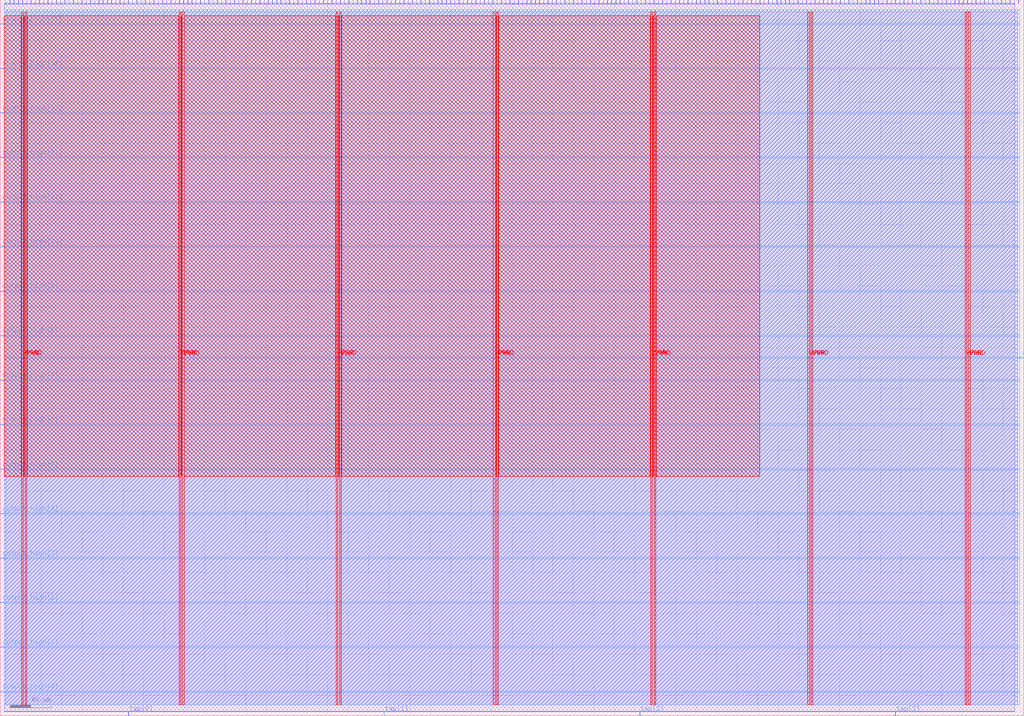
<source format=lef>
VERSION 5.7 ;
  NOWIREEXTENSIONATPIN ON ;
  DIVIDERCHAR "/" ;
  BUSBITCHARS "[]" ;
MACRO highpass
  CLASS BLOCK ;
  FOREIGN highpass ;
  ORIGIN 0.000 0.000 ;
  SIZE 1000.000 BY 700.000 ;
  PIN VGND
    DIRECTION INOUT ;
    USE GROUND ;
    PORT
      LAYER met4 ;
        RECT 24.340 10.640 25.940 688.400 ;
    END
    PORT
      LAYER met4 ;
        RECT 177.940 10.640 179.540 688.400 ;
    END
    PORT
      LAYER met4 ;
        RECT 331.540 10.640 333.140 688.400 ;
    END
    PORT
      LAYER met4 ;
        RECT 485.140 10.640 486.740 688.400 ;
    END
    PORT
      LAYER met4 ;
        RECT 638.740 10.640 640.340 688.400 ;
    END
    PORT
      LAYER met4 ;
        RECT 792.340 10.640 793.940 688.400 ;
    END
    PORT
      LAYER met4 ;
        RECT 945.940 10.640 947.540 688.400 ;
    END
  END VGND
  PIN VPWR
    DIRECTION INOUT ;
    USE POWER ;
    PORT
      LAYER met4 ;
        RECT 21.040 10.640 22.640 688.400 ;
    END
    PORT
      LAYER met4 ;
        RECT 174.640 10.640 176.240 688.400 ;
    END
    PORT
      LAYER met4 ;
        RECT 328.240 10.640 329.840 688.400 ;
    END
    PORT
      LAYER met4 ;
        RECT 481.840 10.640 483.440 688.400 ;
    END
    PORT
      LAYER met4 ;
        RECT 635.440 10.640 637.040 688.400 ;
    END
    PORT
      LAYER met4 ;
        RECT 789.040 10.640 790.640 688.400 ;
    END
    PORT
      LAYER met4 ;
        RECT 942.640 10.640 944.240 688.400 ;
    END
  END VPWR
  PIN clk
    DIRECTION INPUT ;
    USE SIGNAL ;
    ANTENNAGATEAREA 0.852000 ;
    PORT
      LAYER met3 ;
        RECT 996.000 349.560 1000.000 350.160 ;
    END
  END clk
  PIN input_data[0]
    DIRECTION INPUT ;
    USE SIGNAL ;
    ANTENNAGATEAREA 0.426000 ;
    PORT
      LAYER met2 ;
        RECT 5.150 696.000 5.430 700.000 ;
    END
  END input_data[0]
  PIN input_data[100]
    DIRECTION INPUT ;
    USE SIGNAL ;
    ANTENNAGATEAREA 0.213000 ;
    PORT
      LAYER met2 ;
        RECT 419.150 696.000 419.430 700.000 ;
    END
  END input_data[100]
  PIN input_data[101]
    DIRECTION INPUT ;
    USE SIGNAL ;
    ANTENNAGATEAREA 0.196500 ;
    PORT
      LAYER met2 ;
        RECT 423.290 696.000 423.570 700.000 ;
    END
  END input_data[101]
  PIN input_data[102]
    DIRECTION INPUT ;
    USE SIGNAL ;
    ANTENNAGATEAREA 0.159000 ;
    PORT
      LAYER met2 ;
        RECT 427.430 696.000 427.710 700.000 ;
    END
  END input_data[102]
  PIN input_data[103]
    DIRECTION INPUT ;
    USE SIGNAL ;
    ANTENNAGATEAREA 0.196500 ;
    PORT
      LAYER met2 ;
        RECT 431.570 696.000 431.850 700.000 ;
    END
  END input_data[103]
  PIN input_data[104]
    DIRECTION INPUT ;
    USE SIGNAL ;
    ANTENNAGATEAREA 0.196500 ;
    PORT
      LAYER met2 ;
        RECT 435.710 696.000 435.990 700.000 ;
    END
  END input_data[104]
  PIN input_data[105]
    DIRECTION INPUT ;
    USE SIGNAL ;
    ANTENNAGATEAREA 0.196500 ;
    PORT
      LAYER met2 ;
        RECT 439.850 696.000 440.130 700.000 ;
    END
  END input_data[105]
  PIN input_data[106]
    DIRECTION INPUT ;
    USE SIGNAL ;
    ANTENNAGATEAREA 0.196500 ;
    PORT
      LAYER met2 ;
        RECT 443.990 696.000 444.270 700.000 ;
    END
  END input_data[106]
  PIN input_data[107]
    DIRECTION INPUT ;
    USE SIGNAL ;
    ANTENNAGATEAREA 0.196500 ;
    PORT
      LAYER met2 ;
        RECT 448.130 696.000 448.410 700.000 ;
    END
  END input_data[107]
  PIN input_data[108]
    DIRECTION INPUT ;
    USE SIGNAL ;
    ANTENNAGATEAREA 0.213000 ;
    PORT
      LAYER met2 ;
        RECT 452.270 696.000 452.550 700.000 ;
    END
  END input_data[108]
  PIN input_data[109]
    DIRECTION INPUT ;
    USE SIGNAL ;
    ANTENNAGATEAREA 0.213000 ;
    PORT
      LAYER met2 ;
        RECT 456.410 696.000 456.690 700.000 ;
    END
  END input_data[109]
  PIN input_data[10]
    DIRECTION INPUT ;
    USE SIGNAL ;
    ANTENNAGATEAREA 0.426000 ;
    PORT
      LAYER met2 ;
        RECT 46.550 696.000 46.830 700.000 ;
    END
  END input_data[10]
  PIN input_data[110]
    DIRECTION INPUT ;
    USE SIGNAL ;
    ANTENNAGATEAREA 0.196500 ;
    PORT
      LAYER met2 ;
        RECT 460.550 696.000 460.830 700.000 ;
    END
  END input_data[110]
  PIN input_data[111]
    DIRECTION INPUT ;
    USE SIGNAL ;
    ANTENNAGATEAREA 0.196500 ;
    PORT
      LAYER met2 ;
        RECT 464.690 696.000 464.970 700.000 ;
    END
  END input_data[111]
  PIN input_data[112]
    DIRECTION INPUT ;
    USE SIGNAL ;
    ANTENNAGATEAREA 0.213000 ;
    PORT
      LAYER met2 ;
        RECT 468.830 696.000 469.110 700.000 ;
    END
  END input_data[112]
  PIN input_data[113]
    DIRECTION INPUT ;
    USE SIGNAL ;
    ANTENNAGATEAREA 0.159000 ;
    PORT
      LAYER met2 ;
        RECT 472.970 696.000 473.250 700.000 ;
    END
  END input_data[113]
  PIN input_data[114]
    DIRECTION INPUT ;
    USE SIGNAL ;
    ANTENNAGATEAREA 0.159000 ;
    PORT
      LAYER met2 ;
        RECT 477.110 696.000 477.390 700.000 ;
    END
  END input_data[114]
  PIN input_data[115]
    DIRECTION INPUT ;
    USE SIGNAL ;
    ANTENNAGATEAREA 0.159000 ;
    PORT
      LAYER met2 ;
        RECT 481.250 696.000 481.530 700.000 ;
    END
  END input_data[115]
  PIN input_data[116]
    DIRECTION INPUT ;
    USE SIGNAL ;
    ANTENNAGATEAREA 0.159000 ;
    PORT
      LAYER met2 ;
        RECT 485.390 696.000 485.670 700.000 ;
    END
  END input_data[116]
  PIN input_data[117]
    DIRECTION INPUT ;
    USE SIGNAL ;
    ANTENNAGATEAREA 0.159000 ;
    PORT
      LAYER met2 ;
        RECT 489.530 696.000 489.810 700.000 ;
    END
  END input_data[117]
  PIN input_data[118]
    DIRECTION INPUT ;
    USE SIGNAL ;
    ANTENNAGATEAREA 0.213000 ;
    PORT
      LAYER met2 ;
        RECT 493.670 696.000 493.950 700.000 ;
    END
  END input_data[118]
  PIN input_data[119]
    DIRECTION INPUT ;
    USE SIGNAL ;
    ANTENNAGATEAREA 0.126000 ;
    PORT
      LAYER met2 ;
        RECT 497.810 696.000 498.090 700.000 ;
    END
  END input_data[119]
  PIN input_data[11]
    DIRECTION INPUT ;
    USE SIGNAL ;
    ANTENNAGATEAREA 0.247500 ;
    PORT
      LAYER met2 ;
        RECT 50.690 696.000 50.970 700.000 ;
    END
  END input_data[11]
  PIN input_data[120]
    DIRECTION INPUT ;
    USE SIGNAL ;
    ANTENNAGATEAREA 0.213000 ;
    PORT
      LAYER met2 ;
        RECT 501.950 696.000 502.230 700.000 ;
    END
  END input_data[120]
  PIN input_data[121]
    DIRECTION INPUT ;
    USE SIGNAL ;
    ANTENNAGATEAREA 0.213000 ;
    PORT
      LAYER met2 ;
        RECT 506.090 696.000 506.370 700.000 ;
    END
  END input_data[121]
  PIN input_data[122]
    DIRECTION INPUT ;
    USE SIGNAL ;
    ANTENNAGATEAREA 0.213000 ;
    PORT
      LAYER met2 ;
        RECT 510.230 696.000 510.510 700.000 ;
    END
  END input_data[122]
  PIN input_data[123]
    DIRECTION INPUT ;
    USE SIGNAL ;
    ANTENNAGATEAREA 0.213000 ;
    PORT
      LAYER met2 ;
        RECT 514.370 696.000 514.650 700.000 ;
    END
  END input_data[123]
  PIN input_data[124]
    DIRECTION INPUT ;
    USE SIGNAL ;
    ANTENNAGATEAREA 0.213000 ;
    PORT
      LAYER met2 ;
        RECT 518.510 696.000 518.790 700.000 ;
    END
  END input_data[124]
  PIN input_data[125]
    DIRECTION INPUT ;
    USE SIGNAL ;
    ANTENNAGATEAREA 0.126000 ;
    PORT
      LAYER met2 ;
        RECT 522.650 696.000 522.930 700.000 ;
    END
  END input_data[125]
  PIN input_data[126]
    DIRECTION INPUT ;
    USE SIGNAL ;
    ANTENNAGATEAREA 0.213000 ;
    PORT
      LAYER met2 ;
        RECT 526.790 696.000 527.070 700.000 ;
    END
  END input_data[126]
  PIN input_data[127]
    DIRECTION INPUT ;
    USE SIGNAL ;
    PORT
      LAYER met2 ;
        RECT 530.930 696.000 531.210 700.000 ;
    END
  END input_data[127]
  PIN input_data[128]
    DIRECTION INPUT ;
    USE SIGNAL ;
    ANTENNAGATEAREA 0.213000 ;
    PORT
      LAYER met2 ;
        RECT 535.070 696.000 535.350 700.000 ;
    END
  END input_data[128]
  PIN input_data[129]
    DIRECTION INPUT ;
    USE SIGNAL ;
    ANTENNAGATEAREA 0.213000 ;
    PORT
      LAYER met2 ;
        RECT 539.210 696.000 539.490 700.000 ;
    END
  END input_data[129]
  PIN input_data[12]
    DIRECTION INPUT ;
    USE SIGNAL ;
    ANTENNAGATEAREA 0.742500 ;
    PORT
      LAYER met2 ;
        RECT 54.830 696.000 55.110 700.000 ;
    END
  END input_data[12]
  PIN input_data[130]
    DIRECTION INPUT ;
    USE SIGNAL ;
    ANTENNAGATEAREA 0.213000 ;
    PORT
      LAYER met2 ;
        RECT 543.350 696.000 543.630 700.000 ;
    END
  END input_data[130]
  PIN input_data[131]
    DIRECTION INPUT ;
    USE SIGNAL ;
    ANTENNAGATEAREA 0.213000 ;
    PORT
      LAYER met2 ;
        RECT 547.490 696.000 547.770 700.000 ;
    END
  END input_data[131]
  PIN input_data[132]
    DIRECTION INPUT ;
    USE SIGNAL ;
    ANTENNAGATEAREA 0.213000 ;
    PORT
      LAYER met2 ;
        RECT 551.630 696.000 551.910 700.000 ;
    END
  END input_data[132]
  PIN input_data[133]
    DIRECTION INPUT ;
    USE SIGNAL ;
    ANTENNAGATEAREA 0.495000 ;
    PORT
      LAYER met2 ;
        RECT 555.770 696.000 556.050 700.000 ;
    END
  END input_data[133]
  PIN input_data[134]
    DIRECTION INPUT ;
    USE SIGNAL ;
    ANTENNAGATEAREA 0.495000 ;
    PORT
      LAYER met2 ;
        RECT 559.910 696.000 560.190 700.000 ;
    END
  END input_data[134]
  PIN input_data[135]
    DIRECTION INPUT ;
    USE SIGNAL ;
    ANTENNAGATEAREA 0.426000 ;
    PORT
      LAYER met2 ;
        RECT 564.050 696.000 564.330 700.000 ;
    END
  END input_data[135]
  PIN input_data[136]
    DIRECTION INPUT ;
    USE SIGNAL ;
    ANTENNAGATEAREA 0.852000 ;
    PORT
      LAYER met2 ;
        RECT 568.190 696.000 568.470 700.000 ;
    END
  END input_data[136]
  PIN input_data[137]
    DIRECTION INPUT ;
    USE SIGNAL ;
    ANTENNAGATEAREA 0.742500 ;
    PORT
      LAYER met2 ;
        RECT 572.330 696.000 572.610 700.000 ;
    END
  END input_data[137]
  PIN input_data[138]
    DIRECTION INPUT ;
    USE SIGNAL ;
    ANTENNAGATEAREA 0.426000 ;
    PORT
      LAYER met2 ;
        RECT 576.470 696.000 576.750 700.000 ;
    END
  END input_data[138]
  PIN input_data[139]
    DIRECTION INPUT ;
    USE SIGNAL ;
    ANTENNAGATEAREA 0.495000 ;
    PORT
      LAYER met2 ;
        RECT 580.610 696.000 580.890 700.000 ;
    END
  END input_data[139]
  PIN input_data[13]
    DIRECTION INPUT ;
    USE SIGNAL ;
    ANTENNAGATEAREA 0.742500 ;
    PORT
      LAYER met2 ;
        RECT 58.970 696.000 59.250 700.000 ;
    END
  END input_data[13]
  PIN input_data[140]
    DIRECTION INPUT ;
    USE SIGNAL ;
    ANTENNAGATEAREA 0.495000 ;
    PORT
      LAYER met2 ;
        RECT 584.750 696.000 585.030 700.000 ;
    END
  END input_data[140]
  PIN input_data[141]
    DIRECTION INPUT ;
    USE SIGNAL ;
    ANTENNAGATEAREA 0.495000 ;
    PORT
      LAYER met2 ;
        RECT 588.890 696.000 589.170 700.000 ;
    END
  END input_data[141]
  PIN input_data[142]
    DIRECTION INPUT ;
    USE SIGNAL ;
    ANTENNAGATEAREA 0.213000 ;
    PORT
      LAYER met2 ;
        RECT 593.030 696.000 593.310 700.000 ;
    END
  END input_data[142]
  PIN input_data[143]
    DIRECTION INPUT ;
    USE SIGNAL ;
    ANTENNAGATEAREA 0.159000 ;
    PORT
      LAYER met2 ;
        RECT 597.170 696.000 597.450 700.000 ;
    END
  END input_data[143]
  PIN input_data[144]
    DIRECTION INPUT ;
    USE SIGNAL ;
    ANTENNAGATEAREA 0.213000 ;
    PORT
      LAYER met2 ;
        RECT 601.310 696.000 601.590 700.000 ;
    END
  END input_data[144]
  PIN input_data[145]
    DIRECTION INPUT ;
    USE SIGNAL ;
    ANTENNAGATEAREA 0.213000 ;
    PORT
      LAYER met2 ;
        RECT 605.450 696.000 605.730 700.000 ;
    END
  END input_data[145]
  PIN input_data[146]
    DIRECTION INPUT ;
    USE SIGNAL ;
    ANTENNAGATEAREA 0.213000 ;
    PORT
      LAYER met2 ;
        RECT 609.590 696.000 609.870 700.000 ;
    END
  END input_data[146]
  PIN input_data[147]
    DIRECTION INPUT ;
    USE SIGNAL ;
    ANTENNAGATEAREA 0.213000 ;
    PORT
      LAYER met2 ;
        RECT 613.730 696.000 614.010 700.000 ;
    END
  END input_data[147]
  PIN input_data[148]
    DIRECTION INPUT ;
    USE SIGNAL ;
    ANTENNAGATEAREA 0.159000 ;
    PORT
      LAYER met2 ;
        RECT 617.870 696.000 618.150 700.000 ;
    END
  END input_data[148]
  PIN input_data[149]
    DIRECTION INPUT ;
    USE SIGNAL ;
    ANTENNAGATEAREA 0.159000 ;
    PORT
      LAYER met2 ;
        RECT 622.010 696.000 622.290 700.000 ;
    END
  END input_data[149]
  PIN input_data[14]
    DIRECTION INPUT ;
    USE SIGNAL ;
    ANTENNAGATEAREA 0.213000 ;
    PORT
      LAYER met2 ;
        RECT 63.110 696.000 63.390 700.000 ;
    END
  END input_data[14]
  PIN input_data[150]
    DIRECTION INPUT ;
    USE SIGNAL ;
    ANTENNAGATEAREA 0.126000 ;
    PORT
      LAYER met2 ;
        RECT 626.150 696.000 626.430 700.000 ;
    END
  END input_data[150]
  PIN input_data[151]
    DIRECTION INPUT ;
    USE SIGNAL ;
    ANTENNAGATEAREA 0.159000 ;
    PORT
      LAYER met2 ;
        RECT 630.290 696.000 630.570 700.000 ;
    END
  END input_data[151]
  PIN input_data[152]
    DIRECTION INPUT ;
    USE SIGNAL ;
    ANTENNAGATEAREA 0.159000 ;
    PORT
      LAYER met2 ;
        RECT 634.430 696.000 634.710 700.000 ;
    END
  END input_data[152]
  PIN input_data[153]
    DIRECTION INPUT ;
    USE SIGNAL ;
    ANTENNAGATEAREA 0.213000 ;
    PORT
      LAYER met2 ;
        RECT 638.570 696.000 638.850 700.000 ;
    END
  END input_data[153]
  PIN input_data[154]
    DIRECTION INPUT ;
    USE SIGNAL ;
    ANTENNAGATEAREA 0.213000 ;
    PORT
      LAYER met2 ;
        RECT 642.710 696.000 642.990 700.000 ;
    END
  END input_data[154]
  PIN input_data[155]
    DIRECTION INPUT ;
    USE SIGNAL ;
    ANTENNAGATEAREA 0.213000 ;
    PORT
      LAYER met2 ;
        RECT 646.850 696.000 647.130 700.000 ;
    END
  END input_data[155]
  PIN input_data[156]
    DIRECTION INPUT ;
    USE SIGNAL ;
    ANTENNAGATEAREA 0.426000 ;
    PORT
      LAYER met2 ;
        RECT 650.990 696.000 651.270 700.000 ;
    END
  END input_data[156]
  PIN input_data[157]
    DIRECTION INPUT ;
    USE SIGNAL ;
    ANTENNAGATEAREA 0.213000 ;
    PORT
      LAYER met2 ;
        RECT 655.130 696.000 655.410 700.000 ;
    END
  END input_data[157]
  PIN input_data[158]
    DIRECTION INPUT ;
    USE SIGNAL ;
    ANTENNAGATEAREA 0.196500 ;
    PORT
      LAYER met2 ;
        RECT 659.270 696.000 659.550 700.000 ;
    END
  END input_data[158]
  PIN input_data[159]
    DIRECTION INPUT ;
    USE SIGNAL ;
    ANTENNAGATEAREA 0.213000 ;
    PORT
      LAYER met2 ;
        RECT 663.410 696.000 663.690 700.000 ;
    END
  END input_data[159]
  PIN input_data[15]
    DIRECTION INPUT ;
    USE SIGNAL ;
    ANTENNAGATEAREA 0.159000 ;
    PORT
      LAYER met2 ;
        RECT 67.250 696.000 67.530 700.000 ;
    END
  END input_data[15]
  PIN input_data[160]
    DIRECTION INPUT ;
    USE SIGNAL ;
    ANTENNAGATEAREA 0.426000 ;
    PORT
      LAYER met2 ;
        RECT 667.550 696.000 667.830 700.000 ;
    END
  END input_data[160]
  PIN input_data[161]
    DIRECTION INPUT ;
    USE SIGNAL ;
    ANTENNAGATEAREA 0.426000 ;
    PORT
      LAYER met2 ;
        RECT 671.690 696.000 671.970 700.000 ;
    END
  END input_data[161]
  PIN input_data[162]
    DIRECTION INPUT ;
    USE SIGNAL ;
    ANTENNAGATEAREA 0.247500 ;
    PORT
      LAYER met2 ;
        RECT 675.830 696.000 676.110 700.000 ;
    END
  END input_data[162]
  PIN input_data[163]
    DIRECTION INPUT ;
    USE SIGNAL ;
    ANTENNAGATEAREA 0.247500 ;
    PORT
      LAYER met2 ;
        RECT 679.970 696.000 680.250 700.000 ;
    END
  END input_data[163]
  PIN input_data[164]
    DIRECTION INPUT ;
    USE SIGNAL ;
    ANTENNAGATEAREA 0.213000 ;
    PORT
      LAYER met2 ;
        RECT 684.110 696.000 684.390 700.000 ;
    END
  END input_data[164]
  PIN input_data[165]
    DIRECTION INPUT ;
    USE SIGNAL ;
    ANTENNAGATEAREA 0.213000 ;
    PORT
      LAYER met2 ;
        RECT 688.250 696.000 688.530 700.000 ;
    END
  END input_data[165]
  PIN input_data[166]
    DIRECTION INPUT ;
    USE SIGNAL ;
    ANTENNAGATEAREA 0.159000 ;
    PORT
      LAYER met2 ;
        RECT 692.390 696.000 692.670 700.000 ;
    END
  END input_data[166]
  PIN input_data[167]
    DIRECTION INPUT ;
    USE SIGNAL ;
    ANTENNAGATEAREA 0.213000 ;
    PORT
      LAYER met2 ;
        RECT 696.530 696.000 696.810 700.000 ;
    END
  END input_data[167]
  PIN input_data[168]
    DIRECTION INPUT ;
    USE SIGNAL ;
    ANTENNAGATEAREA 0.213000 ;
    PORT
      LAYER met2 ;
        RECT 700.670 696.000 700.950 700.000 ;
    END
  END input_data[168]
  PIN input_data[169]
    DIRECTION INPUT ;
    USE SIGNAL ;
    ANTENNAGATEAREA 0.213000 ;
    PORT
      LAYER met2 ;
        RECT 704.810 696.000 705.090 700.000 ;
    END
  END input_data[169]
  PIN input_data[16]
    DIRECTION INPUT ;
    USE SIGNAL ;
    ANTENNAGATEAREA 0.426000 ;
    PORT
      LAYER met2 ;
        RECT 71.390 696.000 71.670 700.000 ;
    END
  END input_data[16]
  PIN input_data[170]
    DIRECTION INPUT ;
    USE SIGNAL ;
    ANTENNAGATEAREA 0.213000 ;
    PORT
      LAYER met2 ;
        RECT 708.950 696.000 709.230 700.000 ;
    END
  END input_data[170]
  PIN input_data[171]
    DIRECTION INPUT ;
    USE SIGNAL ;
    ANTENNAGATEAREA 0.426000 ;
    PORT
      LAYER met2 ;
        RECT 713.090 696.000 713.370 700.000 ;
    END
  END input_data[171]
  PIN input_data[172]
    DIRECTION INPUT ;
    USE SIGNAL ;
    ANTENNAGATEAREA 0.247500 ;
    PORT
      LAYER met2 ;
        RECT 717.230 696.000 717.510 700.000 ;
    END
  END input_data[172]
  PIN input_data[173]
    DIRECTION INPUT ;
    USE SIGNAL ;
    ANTENNAGATEAREA 0.247500 ;
    PORT
      LAYER met2 ;
        RECT 721.370 696.000 721.650 700.000 ;
    END
  END input_data[173]
  PIN input_data[174]
    DIRECTION INPUT ;
    USE SIGNAL ;
    ANTENNAGATEAREA 0.196500 ;
    PORT
      LAYER met2 ;
        RECT 725.510 696.000 725.790 700.000 ;
    END
  END input_data[174]
  PIN input_data[175]
    DIRECTION INPUT ;
    USE SIGNAL ;
    ANTENNAGATEAREA 0.196500 ;
    PORT
      LAYER met2 ;
        RECT 729.650 696.000 729.930 700.000 ;
    END
  END input_data[175]
  PIN input_data[176]
    DIRECTION INPUT ;
    USE SIGNAL ;
    ANTENNAGATEAREA 0.213000 ;
    PORT
      LAYER met2 ;
        RECT 733.790 696.000 734.070 700.000 ;
    END
  END input_data[176]
  PIN input_data[177]
    DIRECTION INPUT ;
    USE SIGNAL ;
    ANTENNAGATEAREA 0.247500 ;
    PORT
      LAYER met2 ;
        RECT 737.930 696.000 738.210 700.000 ;
    END
  END input_data[177]
  PIN input_data[178]
    DIRECTION INPUT ;
    USE SIGNAL ;
    ANTENNAGATEAREA 0.247500 ;
    PORT
      LAYER met2 ;
        RECT 742.070 696.000 742.350 700.000 ;
    END
  END input_data[178]
  PIN input_data[179]
    DIRECTION INPUT ;
    USE SIGNAL ;
    ANTENNAGATEAREA 0.247500 ;
    PORT
      LAYER met2 ;
        RECT 746.210 696.000 746.490 700.000 ;
    END
  END input_data[179]
  PIN input_data[17]
    DIRECTION INPUT ;
    USE SIGNAL ;
    ANTENNAGATEAREA 0.247500 ;
    PORT
      LAYER met2 ;
        RECT 75.530 696.000 75.810 700.000 ;
    END
  END input_data[17]
  PIN input_data[180]
    DIRECTION INPUT ;
    USE SIGNAL ;
    ANTENNAGATEAREA 0.247500 ;
    PORT
      LAYER met2 ;
        RECT 750.350 696.000 750.630 700.000 ;
    END
  END input_data[180]
  PIN input_data[181]
    DIRECTION INPUT ;
    USE SIGNAL ;
    ANTENNAGATEAREA 0.213000 ;
    PORT
      LAYER met2 ;
        RECT 754.490 696.000 754.770 700.000 ;
    END
  END input_data[181]
  PIN input_data[182]
    DIRECTION INPUT ;
    USE SIGNAL ;
    ANTENNAGATEAREA 0.213000 ;
    PORT
      LAYER met2 ;
        RECT 758.630 696.000 758.910 700.000 ;
    END
  END input_data[182]
  PIN input_data[183]
    DIRECTION INPUT ;
    USE SIGNAL ;
    ANTENNAGATEAREA 0.213000 ;
    PORT
      LAYER met2 ;
        RECT 762.770 696.000 763.050 700.000 ;
    END
  END input_data[183]
  PIN input_data[184]
    DIRECTION INPUT ;
    USE SIGNAL ;
    ANTENNAGATEAREA 0.213000 ;
    PORT
      LAYER met2 ;
        RECT 766.910 696.000 767.190 700.000 ;
    END
  END input_data[184]
  PIN input_data[185]
    DIRECTION INPUT ;
    USE SIGNAL ;
    ANTENNAGATEAREA 0.247500 ;
    PORT
      LAYER met2 ;
        RECT 771.050 696.000 771.330 700.000 ;
    END
  END input_data[185]
  PIN input_data[186]
    DIRECTION INPUT ;
    USE SIGNAL ;
    ANTENNAGATEAREA 0.247500 ;
    PORT
      LAYER met2 ;
        RECT 775.190 696.000 775.470 700.000 ;
    END
  END input_data[186]
  PIN input_data[187]
    DIRECTION INPUT ;
    USE SIGNAL ;
    ANTENNAGATEAREA 0.159000 ;
    PORT
      LAYER met2 ;
        RECT 779.330 696.000 779.610 700.000 ;
    END
  END input_data[187]
  PIN input_data[188]
    DIRECTION INPUT ;
    USE SIGNAL ;
    ANTENNAGATEAREA 0.247500 ;
    PORT
      LAYER met2 ;
        RECT 783.470 696.000 783.750 700.000 ;
    END
  END input_data[188]
  PIN input_data[189]
    DIRECTION INPUT ;
    USE SIGNAL ;
    ANTENNAGATEAREA 0.196500 ;
    PORT
      LAYER met2 ;
        RECT 787.610 696.000 787.890 700.000 ;
    END
  END input_data[189]
  PIN input_data[18]
    DIRECTION INPUT ;
    USE SIGNAL ;
    ANTENNAGATEAREA 0.247500 ;
    PORT
      LAYER met2 ;
        RECT 79.670 696.000 79.950 700.000 ;
    END
  END input_data[18]
  PIN input_data[190]
    DIRECTION INPUT ;
    USE SIGNAL ;
    ANTENNAGATEAREA 0.196500 ;
    PORT
      LAYER met2 ;
        RECT 791.750 696.000 792.030 700.000 ;
    END
  END input_data[190]
  PIN input_data[191]
    DIRECTION INPUT ;
    USE SIGNAL ;
    PORT
      LAYER met2 ;
        RECT 795.890 696.000 796.170 700.000 ;
    END
  END input_data[191]
  PIN input_data[192]
    DIRECTION INPUT ;
    USE SIGNAL ;
    ANTENNAGATEAREA 0.159000 ;
    PORT
      LAYER met2 ;
        RECT 800.030 696.000 800.310 700.000 ;
    END
  END input_data[192]
  PIN input_data[193]
    DIRECTION INPUT ;
    USE SIGNAL ;
    ANTENNAGATEAREA 0.213000 ;
    PORT
      LAYER met2 ;
        RECT 804.170 696.000 804.450 700.000 ;
    END
  END input_data[193]
  PIN input_data[194]
    DIRECTION INPUT ;
    USE SIGNAL ;
    ANTENNAGATEAREA 0.213000 ;
    PORT
      LAYER met2 ;
        RECT 808.310 696.000 808.590 700.000 ;
    END
  END input_data[194]
  PIN input_data[195]
    DIRECTION INPUT ;
    USE SIGNAL ;
    ANTENNAGATEAREA 0.213000 ;
    PORT
      LAYER met2 ;
        RECT 812.450 696.000 812.730 700.000 ;
    END
  END input_data[195]
  PIN input_data[196]
    DIRECTION INPUT ;
    USE SIGNAL ;
    ANTENNAGATEAREA 0.213000 ;
    PORT
      LAYER met2 ;
        RECT 816.590 696.000 816.870 700.000 ;
    END
  END input_data[196]
  PIN input_data[197]
    DIRECTION INPUT ;
    USE SIGNAL ;
    ANTENNAGATEAREA 0.213000 ;
    PORT
      LAYER met2 ;
        RECT 820.730 696.000 821.010 700.000 ;
    END
  END input_data[197]
  PIN input_data[198]
    DIRECTION INPUT ;
    USE SIGNAL ;
    ANTENNAGATEAREA 0.213000 ;
    PORT
      LAYER met2 ;
        RECT 824.870 696.000 825.150 700.000 ;
    END
  END input_data[198]
  PIN input_data[199]
    DIRECTION INPUT ;
    USE SIGNAL ;
    ANTENNAGATEAREA 0.213000 ;
    PORT
      LAYER met2 ;
        RECT 829.010 696.000 829.290 700.000 ;
    END
  END input_data[199]
  PIN input_data[19]
    DIRECTION INPUT ;
    USE SIGNAL ;
    ANTENNAGATEAREA 0.247500 ;
    PORT
      LAYER met2 ;
        RECT 83.810 696.000 84.090 700.000 ;
    END
  END input_data[19]
  PIN input_data[1]
    DIRECTION INPUT ;
    USE SIGNAL ;
    ANTENNAGATEAREA 0.159000 ;
    PORT
      LAYER met2 ;
        RECT 9.290 696.000 9.570 700.000 ;
    END
  END input_data[1]
  PIN input_data[200]
    DIRECTION INPUT ;
    USE SIGNAL ;
    ANTENNAGATEAREA 0.213000 ;
    PORT
      LAYER met2 ;
        RECT 833.150 696.000 833.430 700.000 ;
    END
  END input_data[200]
  PIN input_data[201]
    DIRECTION INPUT ;
    USE SIGNAL ;
    ANTENNAGATEAREA 0.213000 ;
    PORT
      LAYER met2 ;
        RECT 837.290 696.000 837.570 700.000 ;
    END
  END input_data[201]
  PIN input_data[202]
    DIRECTION INPUT ;
    USE SIGNAL ;
    ANTENNAGATEAREA 0.213000 ;
    PORT
      LAYER met2 ;
        RECT 841.430 696.000 841.710 700.000 ;
    END
  END input_data[202]
  PIN input_data[203]
    DIRECTION INPUT ;
    USE SIGNAL ;
    ANTENNAGATEAREA 0.213000 ;
    PORT
      LAYER met2 ;
        RECT 845.570 696.000 845.850 700.000 ;
    END
  END input_data[203]
  PIN input_data[204]
    DIRECTION INPUT ;
    USE SIGNAL ;
    ANTENNAGATEAREA 0.196500 ;
    PORT
      LAYER met2 ;
        RECT 849.710 696.000 849.990 700.000 ;
    END
  END input_data[204]
  PIN input_data[205]
    DIRECTION INPUT ;
    USE SIGNAL ;
    ANTENNAGATEAREA 0.196500 ;
    PORT
      LAYER met2 ;
        RECT 853.850 696.000 854.130 700.000 ;
    END
  END input_data[205]
  PIN input_data[206]
    DIRECTION INPUT ;
    USE SIGNAL ;
    ANTENNAGATEAREA 0.196500 ;
    PORT
      LAYER met2 ;
        RECT 857.990 696.000 858.270 700.000 ;
    END
  END input_data[206]
  PIN input_data[207]
    DIRECTION INPUT ;
    USE SIGNAL ;
    PORT
      LAYER met2 ;
        RECT 862.130 696.000 862.410 700.000 ;
    END
  END input_data[207]
  PIN input_data[208]
    DIRECTION INPUT ;
    USE SIGNAL ;
    PORT
      LAYER met2 ;
        RECT 866.270 696.000 866.550 700.000 ;
    END
  END input_data[208]
  PIN input_data[209]
    DIRECTION INPUT ;
    USE SIGNAL ;
    PORT
      LAYER met2 ;
        RECT 870.410 696.000 870.690 700.000 ;
    END
  END input_data[209]
  PIN input_data[20]
    DIRECTION INPUT ;
    USE SIGNAL ;
    ANTENNAGATEAREA 0.742500 ;
    PORT
      LAYER met2 ;
        RECT 87.950 696.000 88.230 700.000 ;
    END
  END input_data[20]
  PIN input_data[210]
    DIRECTION INPUT ;
    USE SIGNAL ;
    PORT
      LAYER met2 ;
        RECT 874.550 696.000 874.830 700.000 ;
    END
  END input_data[210]
  PIN input_data[211]
    DIRECTION INPUT ;
    USE SIGNAL ;
    PORT
      LAYER met2 ;
        RECT 878.690 696.000 878.970 700.000 ;
    END
  END input_data[211]
  PIN input_data[212]
    DIRECTION INPUT ;
    USE SIGNAL ;
    PORT
      LAYER met2 ;
        RECT 882.830 696.000 883.110 700.000 ;
    END
  END input_data[212]
  PIN input_data[213]
    DIRECTION INPUT ;
    USE SIGNAL ;
    PORT
      LAYER met2 ;
        RECT 886.970 696.000 887.250 700.000 ;
    END
  END input_data[213]
  PIN input_data[214]
    DIRECTION INPUT ;
    USE SIGNAL ;
    PORT
      LAYER met2 ;
        RECT 891.110 696.000 891.390 700.000 ;
    END
  END input_data[214]
  PIN input_data[215]
    DIRECTION INPUT ;
    USE SIGNAL ;
    PORT
      LAYER met2 ;
        RECT 895.250 696.000 895.530 700.000 ;
    END
  END input_data[215]
  PIN input_data[216]
    DIRECTION INPUT ;
    USE SIGNAL ;
    PORT
      LAYER met2 ;
        RECT 899.390 696.000 899.670 700.000 ;
    END
  END input_data[216]
  PIN input_data[217]
    DIRECTION INPUT ;
    USE SIGNAL ;
    PORT
      LAYER met2 ;
        RECT 903.530 696.000 903.810 700.000 ;
    END
  END input_data[217]
  PIN input_data[218]
    DIRECTION INPUT ;
    USE SIGNAL ;
    PORT
      LAYER met2 ;
        RECT 907.670 696.000 907.950 700.000 ;
    END
  END input_data[218]
  PIN input_data[219]
    DIRECTION INPUT ;
    USE SIGNAL ;
    PORT
      LAYER met2 ;
        RECT 911.810 696.000 912.090 700.000 ;
    END
  END input_data[219]
  PIN input_data[21]
    DIRECTION INPUT ;
    USE SIGNAL ;
    ANTENNAGATEAREA 0.742500 ;
    PORT
      LAYER met2 ;
        RECT 92.090 696.000 92.370 700.000 ;
    END
  END input_data[21]
  PIN input_data[220]
    DIRECTION INPUT ;
    USE SIGNAL ;
    PORT
      LAYER met2 ;
        RECT 915.950 696.000 916.230 700.000 ;
    END
  END input_data[220]
  PIN input_data[221]
    DIRECTION INPUT ;
    USE SIGNAL ;
    PORT
      LAYER met2 ;
        RECT 920.090 696.000 920.370 700.000 ;
    END
  END input_data[221]
  PIN input_data[222]
    DIRECTION INPUT ;
    USE SIGNAL ;
    PORT
      LAYER met2 ;
        RECT 924.230 696.000 924.510 700.000 ;
    END
  END input_data[222]
  PIN input_data[223]
    DIRECTION INPUT ;
    USE SIGNAL ;
    PORT
      LAYER met2 ;
        RECT 928.370 696.000 928.650 700.000 ;
    END
  END input_data[223]
  PIN input_data[224]
    DIRECTION INPUT ;
    USE SIGNAL ;
    ANTENNAGATEAREA 0.213000 ;
    PORT
      LAYER met2 ;
        RECT 932.510 696.000 932.790 700.000 ;
    END
  END input_data[224]
  PIN input_data[225]
    DIRECTION INPUT ;
    USE SIGNAL ;
    ANTENNAGATEAREA 0.247500 ;
    PORT
      LAYER met2 ;
        RECT 936.650 696.000 936.930 700.000 ;
    END
  END input_data[225]
  PIN input_data[226]
    DIRECTION INPUT ;
    USE SIGNAL ;
    ANTENNAGATEAREA 0.247500 ;
    PORT
      LAYER met2 ;
        RECT 940.790 696.000 941.070 700.000 ;
    END
  END input_data[226]
  PIN input_data[227]
    DIRECTION INPUT ;
    USE SIGNAL ;
    ANTENNAGATEAREA 0.247500 ;
    PORT
      LAYER met2 ;
        RECT 944.930 696.000 945.210 700.000 ;
    END
  END input_data[227]
  PIN input_data[228]
    DIRECTION INPUT ;
    USE SIGNAL ;
    ANTENNAGATEAREA 0.213000 ;
    PORT
      LAYER met2 ;
        RECT 949.070 696.000 949.350 700.000 ;
    END
  END input_data[228]
  PIN input_data[229]
    DIRECTION INPUT ;
    USE SIGNAL ;
    ANTENNAGATEAREA 0.213000 ;
    PORT
      LAYER met2 ;
        RECT 953.210 696.000 953.490 700.000 ;
    END
  END input_data[229]
  PIN input_data[22]
    DIRECTION INPUT ;
    USE SIGNAL ;
    ANTENNAGATEAREA 0.495000 ;
    PORT
      LAYER met2 ;
        RECT 96.230 696.000 96.510 700.000 ;
    END
  END input_data[22]
  PIN input_data[230]
    DIRECTION INPUT ;
    USE SIGNAL ;
    ANTENNAGATEAREA 0.213000 ;
    PORT
      LAYER met2 ;
        RECT 957.350 696.000 957.630 700.000 ;
    END
  END input_data[230]
  PIN input_data[231]
    DIRECTION INPUT ;
    USE SIGNAL ;
    ANTENNAGATEAREA 0.159000 ;
    PORT
      LAYER met2 ;
        RECT 961.490 696.000 961.770 700.000 ;
    END
  END input_data[231]
  PIN input_data[232]
    DIRECTION INPUT ;
    USE SIGNAL ;
    ANTENNAGATEAREA 0.213000 ;
    PORT
      LAYER met2 ;
        RECT 965.630 696.000 965.910 700.000 ;
    END
  END input_data[232]
  PIN input_data[233]
    DIRECTION INPUT ;
    USE SIGNAL ;
    ANTENNAGATEAREA 0.213000 ;
    PORT
      LAYER met2 ;
        RECT 969.770 696.000 970.050 700.000 ;
    END
  END input_data[233]
  PIN input_data[234]
    DIRECTION INPUT ;
    USE SIGNAL ;
    ANTENNAGATEAREA 0.126000 ;
    PORT
      LAYER met2 ;
        RECT 973.910 696.000 974.190 700.000 ;
    END
  END input_data[234]
  PIN input_data[235]
    DIRECTION INPUT ;
    USE SIGNAL ;
    ANTENNAGATEAREA 0.196500 ;
    PORT
      LAYER met2 ;
        RECT 978.050 696.000 978.330 700.000 ;
    END
  END input_data[235]
  PIN input_data[236]
    DIRECTION INPUT ;
    USE SIGNAL ;
    ANTENNAGATEAREA 0.196500 ;
    PORT
      LAYER met2 ;
        RECT 982.190 696.000 982.470 700.000 ;
    END
  END input_data[236]
  PIN input_data[237]
    DIRECTION INPUT ;
    USE SIGNAL ;
    ANTENNAGATEAREA 0.196500 ;
    PORT
      LAYER met2 ;
        RECT 986.330 696.000 986.610 700.000 ;
    END
  END input_data[237]
  PIN input_data[238]
    DIRECTION INPUT ;
    USE SIGNAL ;
    PORT
      LAYER met2 ;
        RECT 990.470 696.000 990.750 700.000 ;
    END
  END input_data[238]
  PIN input_data[239]
    DIRECTION INPUT ;
    USE SIGNAL ;
    PORT
      LAYER met2 ;
        RECT 994.610 696.000 994.890 700.000 ;
    END
  END input_data[239]
  PIN input_data[23]
    DIRECTION INPUT ;
    USE SIGNAL ;
    ANTENNAGATEAREA 0.742500 ;
    PORT
      LAYER met2 ;
        RECT 100.370 696.000 100.650 700.000 ;
    END
  END input_data[23]
  PIN input_data[24]
    DIRECTION INPUT ;
    USE SIGNAL ;
    ANTENNAGATEAREA 0.213000 ;
    PORT
      LAYER met2 ;
        RECT 104.510 696.000 104.790 700.000 ;
    END
  END input_data[24]
  PIN input_data[25]
    DIRECTION INPUT ;
    USE SIGNAL ;
    ANTENNAGATEAREA 0.495000 ;
    PORT
      LAYER met2 ;
        RECT 108.650 696.000 108.930 700.000 ;
    END
  END input_data[25]
  PIN input_data[26]
    DIRECTION INPUT ;
    USE SIGNAL ;
    ANTENNAGATEAREA 0.426000 ;
    PORT
      LAYER met2 ;
        RECT 112.790 696.000 113.070 700.000 ;
    END
  END input_data[26]
  PIN input_data[27]
    DIRECTION INPUT ;
    USE SIGNAL ;
    ANTENNAGATEAREA 0.495000 ;
    PORT
      LAYER met2 ;
        RECT 116.930 696.000 117.210 700.000 ;
    END
  END input_data[27]
  PIN input_data[28]
    DIRECTION INPUT ;
    USE SIGNAL ;
    ANTENNAGATEAREA 0.196500 ;
    PORT
      LAYER met2 ;
        RECT 121.070 696.000 121.350 700.000 ;
    END
  END input_data[28]
  PIN input_data[29]
    DIRECTION INPUT ;
    USE SIGNAL ;
    ANTENNAGATEAREA 0.426000 ;
    PORT
      LAYER met2 ;
        RECT 125.210 696.000 125.490 700.000 ;
    END
  END input_data[29]
  PIN input_data[2]
    DIRECTION INPUT ;
    USE SIGNAL ;
    ANTENNAGATEAREA 0.495000 ;
    PORT
      LAYER met2 ;
        RECT 13.430 696.000 13.710 700.000 ;
    END
  END input_data[2]
  PIN input_data[30]
    DIRECTION INPUT ;
    USE SIGNAL ;
    ANTENNAGATEAREA 0.247500 ;
    PORT
      LAYER met2 ;
        RECT 129.350 696.000 129.630 700.000 ;
    END
  END input_data[30]
  PIN input_data[31]
    DIRECTION INPUT ;
    USE SIGNAL ;
    ANTENNAGATEAREA 0.196500 ;
    PORT
      LAYER met2 ;
        RECT 133.490 696.000 133.770 700.000 ;
    END
  END input_data[31]
  PIN input_data[32]
    DIRECTION INPUT ;
    USE SIGNAL ;
    ANTENNAGATEAREA 0.213000 ;
    PORT
      LAYER met2 ;
        RECT 137.630 696.000 137.910 700.000 ;
    END
  END input_data[32]
  PIN input_data[33]
    DIRECTION INPUT ;
    USE SIGNAL ;
    ANTENNAGATEAREA 0.159000 ;
    PORT
      LAYER met2 ;
        RECT 141.770 696.000 142.050 700.000 ;
    END
  END input_data[33]
  PIN input_data[34]
    DIRECTION INPUT ;
    USE SIGNAL ;
    ANTENNAGATEAREA 0.213000 ;
    PORT
      LAYER met2 ;
        RECT 145.910 696.000 146.190 700.000 ;
    END
  END input_data[34]
  PIN input_data[35]
    DIRECTION INPUT ;
    USE SIGNAL ;
    ANTENNAGATEAREA 0.213000 ;
    PORT
      LAYER met2 ;
        RECT 150.050 696.000 150.330 700.000 ;
    END
  END input_data[35]
  PIN input_data[36]
    DIRECTION INPUT ;
    USE SIGNAL ;
    ANTENNAGATEAREA 0.213000 ;
    PORT
      LAYER met2 ;
        RECT 154.190 696.000 154.470 700.000 ;
    END
  END input_data[36]
  PIN input_data[37]
    DIRECTION INPUT ;
    USE SIGNAL ;
    ANTENNAGATEAREA 0.126000 ;
    PORT
      LAYER met2 ;
        RECT 158.330 696.000 158.610 700.000 ;
    END
  END input_data[37]
  PIN input_data[38]
    DIRECTION INPUT ;
    USE SIGNAL ;
    ANTENNAGATEAREA 0.213000 ;
    PORT
      LAYER met2 ;
        RECT 162.470 696.000 162.750 700.000 ;
    END
  END input_data[38]
  PIN input_data[39]
    DIRECTION INPUT ;
    USE SIGNAL ;
    ANTENNAGATEAREA 0.126000 ;
    PORT
      LAYER met2 ;
        RECT 166.610 696.000 166.890 700.000 ;
    END
  END input_data[39]
  PIN input_data[3]
    DIRECTION INPUT ;
    USE SIGNAL ;
    ANTENNAGATEAREA 0.213000 ;
    PORT
      LAYER met2 ;
        RECT 17.570 696.000 17.850 700.000 ;
    END
  END input_data[3]
  PIN input_data[40]
    DIRECTION INPUT ;
    USE SIGNAL ;
    ANTENNAGATEAREA 0.213000 ;
    PORT
      LAYER met2 ;
        RECT 170.750 696.000 171.030 700.000 ;
    END
  END input_data[40]
  PIN input_data[41]
    DIRECTION INPUT ;
    USE SIGNAL ;
    ANTENNAGATEAREA 0.213000 ;
    PORT
      LAYER met2 ;
        RECT 174.890 696.000 175.170 700.000 ;
    END
  END input_data[41]
  PIN input_data[42]
    DIRECTION INPUT ;
    USE SIGNAL ;
    ANTENNAGATEAREA 0.159000 ;
    PORT
      LAYER met2 ;
        RECT 179.030 696.000 179.310 700.000 ;
    END
  END input_data[42]
  PIN input_data[43]
    DIRECTION INPUT ;
    USE SIGNAL ;
    ANTENNAGATEAREA 0.213000 ;
    PORT
      LAYER met2 ;
        RECT 183.170 696.000 183.450 700.000 ;
    END
  END input_data[43]
  PIN input_data[44]
    DIRECTION INPUT ;
    USE SIGNAL ;
    ANTENNAGATEAREA 0.247500 ;
    PORT
      LAYER met2 ;
        RECT 187.310 696.000 187.590 700.000 ;
    END
  END input_data[44]
  PIN input_data[45]
    DIRECTION INPUT ;
    USE SIGNAL ;
    ANTENNAGATEAREA 0.247500 ;
    PORT
      LAYER met2 ;
        RECT 191.450 696.000 191.730 700.000 ;
    END
  END input_data[45]
  PIN input_data[46]
    DIRECTION INPUT ;
    USE SIGNAL ;
    ANTENNAGATEAREA 0.213000 ;
    PORT
      LAYER met2 ;
        RECT 195.590 696.000 195.870 700.000 ;
    END
  END input_data[46]
  PIN input_data[47]
    DIRECTION INPUT ;
    USE SIGNAL ;
    ANTENNAGATEAREA 0.196500 ;
    PORT
      LAYER met2 ;
        RECT 199.730 696.000 200.010 700.000 ;
    END
  END input_data[47]
  PIN input_data[48]
    DIRECTION INPUT ;
    USE SIGNAL ;
    ANTENNAGATEAREA 0.213000 ;
    PORT
      LAYER met2 ;
        RECT 203.870 696.000 204.150 700.000 ;
    END
  END input_data[48]
  PIN input_data[49]
    DIRECTION INPUT ;
    USE SIGNAL ;
    ANTENNAGATEAREA 0.213000 ;
    PORT
      LAYER met2 ;
        RECT 208.010 696.000 208.290 700.000 ;
    END
  END input_data[49]
  PIN input_data[4]
    DIRECTION INPUT ;
    USE SIGNAL ;
    ANTENNAGATEAREA 0.159000 ;
    PORT
      LAYER met2 ;
        RECT 21.710 696.000 21.990 700.000 ;
    END
  END input_data[4]
  PIN input_data[50]
    DIRECTION INPUT ;
    USE SIGNAL ;
    ANTENNAGATEAREA 0.126000 ;
    PORT
      LAYER met2 ;
        RECT 212.150 696.000 212.430 700.000 ;
    END
  END input_data[50]
  PIN input_data[51]
    DIRECTION INPUT ;
    USE SIGNAL ;
    ANTENNAGATEAREA 0.126000 ;
    PORT
      LAYER met2 ;
        RECT 216.290 696.000 216.570 700.000 ;
    END
  END input_data[51]
  PIN input_data[52]
    DIRECTION INPUT ;
    USE SIGNAL ;
    ANTENNAGATEAREA 0.213000 ;
    PORT
      LAYER met2 ;
        RECT 220.430 696.000 220.710 700.000 ;
    END
  END input_data[52]
  PIN input_data[53]
    DIRECTION INPUT ;
    USE SIGNAL ;
    ANTENNAGATEAREA 0.213000 ;
    PORT
      LAYER met2 ;
        RECT 224.570 696.000 224.850 700.000 ;
    END
  END input_data[53]
  PIN input_data[54]
    DIRECTION INPUT ;
    USE SIGNAL ;
    ANTENNAGATEAREA 0.213000 ;
    PORT
      LAYER met2 ;
        RECT 228.710 696.000 228.990 700.000 ;
    END
  END input_data[54]
  PIN input_data[55]
    DIRECTION INPUT ;
    USE SIGNAL ;
    ANTENNAGATEAREA 0.213000 ;
    PORT
      LAYER met2 ;
        RECT 232.850 696.000 233.130 700.000 ;
    END
  END input_data[55]
  PIN input_data[56]
    DIRECTION INPUT ;
    USE SIGNAL ;
    ANTENNAGATEAREA 0.159000 ;
    PORT
      LAYER met2 ;
        RECT 236.990 696.000 237.270 700.000 ;
    END
  END input_data[56]
  PIN input_data[57]
    DIRECTION INPUT ;
    USE SIGNAL ;
    ANTENNAGATEAREA 0.159000 ;
    PORT
      LAYER met2 ;
        RECT 241.130 696.000 241.410 700.000 ;
    END
  END input_data[57]
  PIN input_data[58]
    DIRECTION INPUT ;
    USE SIGNAL ;
    ANTENNAGATEAREA 0.213000 ;
    PORT
      LAYER met2 ;
        RECT 245.270 696.000 245.550 700.000 ;
    END
  END input_data[58]
  PIN input_data[59]
    DIRECTION INPUT ;
    USE SIGNAL ;
    ANTENNAGATEAREA 0.495000 ;
    PORT
      LAYER met2 ;
        RECT 249.410 696.000 249.690 700.000 ;
    END
  END input_data[59]
  PIN input_data[5]
    DIRECTION INPUT ;
    USE SIGNAL ;
    ANTENNAGATEAREA 0.159000 ;
    PORT
      LAYER met2 ;
        RECT 25.850 696.000 26.130 700.000 ;
    END
  END input_data[5]
  PIN input_data[60]
    DIRECTION INPUT ;
    USE SIGNAL ;
    ANTENNAGATEAREA 0.213000 ;
    PORT
      LAYER met2 ;
        RECT 253.550 696.000 253.830 700.000 ;
    END
  END input_data[60]
  PIN input_data[61]
    DIRECTION INPUT ;
    USE SIGNAL ;
    ANTENNAGATEAREA 0.213000 ;
    PORT
      LAYER met2 ;
        RECT 257.690 696.000 257.970 700.000 ;
    END
  END input_data[61]
  PIN input_data[62]
    DIRECTION INPUT ;
    USE SIGNAL ;
    ANTENNAGATEAREA 0.213000 ;
    PORT
      LAYER met2 ;
        RECT 261.830 696.000 262.110 700.000 ;
    END
  END input_data[62]
  PIN input_data[63]
    DIRECTION INPUT ;
    USE SIGNAL ;
    PORT
      LAYER met2 ;
        RECT 265.970 696.000 266.250 700.000 ;
    END
  END input_data[63]
  PIN input_data[64]
    DIRECTION INPUT ;
    USE SIGNAL ;
    ANTENNAGATEAREA 0.213000 ;
    PORT
      LAYER met2 ;
        RECT 270.110 696.000 270.390 700.000 ;
    END
  END input_data[64]
  PIN input_data[65]
    DIRECTION INPUT ;
    USE SIGNAL ;
    ANTENNAGATEAREA 0.213000 ;
    PORT
      LAYER met2 ;
        RECT 274.250 696.000 274.530 700.000 ;
    END
  END input_data[65]
  PIN input_data[66]
    DIRECTION INPUT ;
    USE SIGNAL ;
    ANTENNAGATEAREA 0.196500 ;
    PORT
      LAYER met2 ;
        RECT 278.390 696.000 278.670 700.000 ;
    END
  END input_data[66]
  PIN input_data[67]
    DIRECTION INPUT ;
    USE SIGNAL ;
    ANTENNAGATEAREA 0.196500 ;
    PORT
      LAYER met2 ;
        RECT 282.530 696.000 282.810 700.000 ;
    END
  END input_data[67]
  PIN input_data[68]
    DIRECTION INPUT ;
    USE SIGNAL ;
    ANTENNAGATEAREA 0.159000 ;
    PORT
      LAYER met2 ;
        RECT 286.670 696.000 286.950 700.000 ;
    END
  END input_data[68]
  PIN input_data[69]
    DIRECTION INPUT ;
    USE SIGNAL ;
    ANTENNAGATEAREA 0.213000 ;
    PORT
      LAYER met2 ;
        RECT 290.810 696.000 291.090 700.000 ;
    END
  END input_data[69]
  PIN input_data[6]
    DIRECTION INPUT ;
    USE SIGNAL ;
    ANTENNAGATEAREA 0.159000 ;
    PORT
      LAYER met2 ;
        RECT 29.990 696.000 30.270 700.000 ;
    END
  END input_data[6]
  PIN input_data[70]
    DIRECTION INPUT ;
    USE SIGNAL ;
    ANTENNAGATEAREA 0.213000 ;
    PORT
      LAYER met2 ;
        RECT 294.950 696.000 295.230 700.000 ;
    END
  END input_data[70]
  PIN input_data[71]
    DIRECTION INPUT ;
    USE SIGNAL ;
    ANTENNAGATEAREA 0.196500 ;
    PORT
      LAYER met2 ;
        RECT 299.090 696.000 299.370 700.000 ;
    END
  END input_data[71]
  PIN input_data[72]
    DIRECTION INPUT ;
    USE SIGNAL ;
    ANTENNAGATEAREA 0.126000 ;
    PORT
      LAYER met2 ;
        RECT 303.230 696.000 303.510 700.000 ;
    END
  END input_data[72]
  PIN input_data[73]
    DIRECTION INPUT ;
    USE SIGNAL ;
    ANTENNAGATEAREA 0.213000 ;
    PORT
      LAYER met2 ;
        RECT 307.370 696.000 307.650 700.000 ;
    END
  END input_data[73]
  PIN input_data[74]
    DIRECTION INPUT ;
    USE SIGNAL ;
    ANTENNAGATEAREA 0.213000 ;
    PORT
      LAYER met2 ;
        RECT 311.510 696.000 311.790 700.000 ;
    END
  END input_data[74]
  PIN input_data[75]
    DIRECTION INPUT ;
    USE SIGNAL ;
    ANTENNAGATEAREA 0.196500 ;
    PORT
      LAYER met2 ;
        RECT 315.650 696.000 315.930 700.000 ;
    END
  END input_data[75]
  PIN input_data[76]
    DIRECTION INPUT ;
    USE SIGNAL ;
    ANTENNAGATEAREA 0.196500 ;
    PORT
      LAYER met2 ;
        RECT 319.790 696.000 320.070 700.000 ;
    END
  END input_data[76]
  PIN input_data[77]
    DIRECTION INPUT ;
    USE SIGNAL ;
    ANTENNAGATEAREA 0.213000 ;
    PORT
      LAYER met2 ;
        RECT 323.930 696.000 324.210 700.000 ;
    END
  END input_data[77]
  PIN input_data[78]
    DIRECTION INPUT ;
    USE SIGNAL ;
    ANTENNAGATEAREA 0.196500 ;
    PORT
      LAYER met2 ;
        RECT 328.070 696.000 328.350 700.000 ;
    END
  END input_data[78]
  PIN input_data[79]
    DIRECTION INPUT ;
    USE SIGNAL ;
    PORT
      LAYER met2 ;
        RECT 332.210 696.000 332.490 700.000 ;
    END
  END input_data[79]
  PIN input_data[7]
    DIRECTION INPUT ;
    USE SIGNAL ;
    ANTENNAGATEAREA 0.159000 ;
    PORT
      LAYER met2 ;
        RECT 34.130 696.000 34.410 700.000 ;
    END
  END input_data[7]
  PIN input_data[80]
    DIRECTION INPUT ;
    USE SIGNAL ;
    ANTENNAGATEAREA 0.213000 ;
    PORT
      LAYER met2 ;
        RECT 336.350 696.000 336.630 700.000 ;
    END
  END input_data[80]
  PIN input_data[81]
    DIRECTION INPUT ;
    USE SIGNAL ;
    ANTENNAGATEAREA 0.213000 ;
    PORT
      LAYER met2 ;
        RECT 340.490 696.000 340.770 700.000 ;
    END
  END input_data[81]
  PIN input_data[82]
    DIRECTION INPUT ;
    USE SIGNAL ;
    ANTENNAGATEAREA 0.426000 ;
    PORT
      LAYER met2 ;
        RECT 344.630 696.000 344.910 700.000 ;
    END
  END input_data[82]
  PIN input_data[83]
    DIRECTION INPUT ;
    USE SIGNAL ;
    ANTENNAGATEAREA 0.213000 ;
    PORT
      LAYER met2 ;
        RECT 348.770 696.000 349.050 700.000 ;
    END
  END input_data[83]
  PIN input_data[84]
    DIRECTION INPUT ;
    USE SIGNAL ;
    ANTENNAGATEAREA 0.213000 ;
    PORT
      LAYER met2 ;
        RECT 352.910 696.000 353.190 700.000 ;
    END
  END input_data[84]
  PIN input_data[85]
    DIRECTION INPUT ;
    USE SIGNAL ;
    ANTENNAGATEAREA 0.213000 ;
    PORT
      LAYER met2 ;
        RECT 357.050 696.000 357.330 700.000 ;
    END
  END input_data[85]
  PIN input_data[86]
    DIRECTION INPUT ;
    USE SIGNAL ;
    ANTENNAGATEAREA 0.426000 ;
    PORT
      LAYER met2 ;
        RECT 361.190 696.000 361.470 700.000 ;
    END
  END input_data[86]
  PIN input_data[87]
    DIRECTION INPUT ;
    USE SIGNAL ;
    ANTENNAGATEAREA 0.247500 ;
    PORT
      LAYER met2 ;
        RECT 365.330 696.000 365.610 700.000 ;
    END
  END input_data[87]
  PIN input_data[88]
    DIRECTION INPUT ;
    USE SIGNAL ;
    ANTENNAGATEAREA 0.247500 ;
    PORT
      LAYER met2 ;
        RECT 369.470 696.000 369.750 700.000 ;
    END
  END input_data[88]
  PIN input_data[89]
    DIRECTION INPUT ;
    USE SIGNAL ;
    ANTENNAGATEAREA 0.213000 ;
    PORT
      LAYER met2 ;
        RECT 373.610 696.000 373.890 700.000 ;
    END
  END input_data[89]
  PIN input_data[8]
    DIRECTION INPUT ;
    USE SIGNAL ;
    ANTENNAGATEAREA 0.159000 ;
    PORT
      LAYER met2 ;
        RECT 38.270 696.000 38.550 700.000 ;
    END
  END input_data[8]
  PIN input_data[90]
    DIRECTION INPUT ;
    USE SIGNAL ;
    ANTENNAGATEAREA 0.213000 ;
    PORT
      LAYER met2 ;
        RECT 377.750 696.000 378.030 700.000 ;
    END
  END input_data[90]
  PIN input_data[91]
    DIRECTION INPUT ;
    USE SIGNAL ;
    ANTENNAGATEAREA 0.213000 ;
    PORT
      LAYER met2 ;
        RECT 381.890 696.000 382.170 700.000 ;
    END
  END input_data[91]
  PIN input_data[92]
    DIRECTION INPUT ;
    USE SIGNAL ;
    ANTENNAGATEAREA 0.247500 ;
    PORT
      LAYER met2 ;
        RECT 386.030 696.000 386.310 700.000 ;
    END
  END input_data[92]
  PIN input_data[93]
    DIRECTION INPUT ;
    USE SIGNAL ;
    ANTENNAGATEAREA 0.247500 ;
    PORT
      LAYER met2 ;
        RECT 390.170 696.000 390.450 700.000 ;
    END
  END input_data[93]
  PIN input_data[94]
    DIRECTION INPUT ;
    USE SIGNAL ;
    ANTENNAGATEAREA 0.213000 ;
    PORT
      LAYER met2 ;
        RECT 394.310 696.000 394.590 700.000 ;
    END
  END input_data[94]
  PIN input_data[95]
    DIRECTION INPUT ;
    USE SIGNAL ;
    ANTENNAGATEAREA 0.196500 ;
    PORT
      LAYER met2 ;
        RECT 398.450 696.000 398.730 700.000 ;
    END
  END input_data[95]
  PIN input_data[96]
    DIRECTION INPUT ;
    USE SIGNAL ;
    ANTENNAGATEAREA 0.196500 ;
    PORT
      LAYER met2 ;
        RECT 402.590 696.000 402.870 700.000 ;
    END
  END input_data[96]
  PIN input_data[97]
    DIRECTION INPUT ;
    USE SIGNAL ;
    ANTENNAGATEAREA 0.247500 ;
    PORT
      LAYER met2 ;
        RECT 406.730 696.000 407.010 700.000 ;
    END
  END input_data[97]
  PIN input_data[98]
    DIRECTION INPUT ;
    USE SIGNAL ;
    ANTENNAGATEAREA 0.196500 ;
    PORT
      LAYER met2 ;
        RECT 410.870 696.000 411.150 700.000 ;
    END
  END input_data[98]
  PIN input_data[99]
    DIRECTION INPUT ;
    USE SIGNAL ;
    ANTENNAGATEAREA 0.159000 ;
    PORT
      LAYER met2 ;
        RECT 415.010 696.000 415.290 700.000 ;
    END
  END input_data[99]
  PIN input_data[9]
    DIRECTION INPUT ;
    USE SIGNAL ;
    ANTENNAGATEAREA 0.247500 ;
    PORT
      LAYER met2 ;
        RECT 42.410 696.000 42.690 700.000 ;
    END
  END input_data[9]
  PIN output_high[0]
    DIRECTION OUTPUT ;
    USE SIGNAL ;
    ANTENNADIFFAREA 0.445500 ;
    PORT
      LAYER met3 ;
        RECT 0.000 23.160 4.000 23.760 ;
    END
  END output_high[0]
  PIN output_high[10]
    DIRECTION OUTPUT ;
    USE SIGNAL ;
    ANTENNADIFFAREA 0.445500 ;
    PORT
      LAYER met3 ;
        RECT 0.000 458.360 4.000 458.960 ;
    END
  END output_high[10]
  PIN output_high[11]
    DIRECTION OUTPUT ;
    USE SIGNAL ;
    ANTENNADIFFAREA 0.445500 ;
    PORT
      LAYER met3 ;
        RECT 0.000 501.880 4.000 502.480 ;
    END
  END output_high[11]
  PIN output_high[12]
    DIRECTION OUTPUT ;
    USE SIGNAL ;
    ANTENNADIFFAREA 0.445500 ;
    PORT
      LAYER met3 ;
        RECT 0.000 545.400 4.000 546.000 ;
    END
  END output_high[12]
  PIN output_high[13]
    DIRECTION OUTPUT ;
    USE SIGNAL ;
    ANTENNADIFFAREA 0.445500 ;
    PORT
      LAYER met3 ;
        RECT 0.000 588.920 4.000 589.520 ;
    END
  END output_high[13]
  PIN output_high[14]
    DIRECTION OUTPUT ;
    USE SIGNAL ;
    ANTENNADIFFAREA 0.445500 ;
    PORT
      LAYER met3 ;
        RECT 0.000 632.440 4.000 633.040 ;
    END
  END output_high[14]
  PIN output_high[15]
    DIRECTION OUTPUT ;
    USE SIGNAL ;
    ANTENNADIFFAREA 0.445500 ;
    PORT
      LAYER met3 ;
        RECT 0.000 675.960 4.000 676.560 ;
    END
  END output_high[15]
  PIN output_high[1]
    DIRECTION OUTPUT ;
    USE SIGNAL ;
    ANTENNADIFFAREA 0.445500 ;
    PORT
      LAYER met3 ;
        RECT 0.000 66.680 4.000 67.280 ;
    END
  END output_high[1]
  PIN output_high[2]
    DIRECTION OUTPUT ;
    USE SIGNAL ;
    ANTENNADIFFAREA 0.445500 ;
    PORT
      LAYER met3 ;
        RECT 0.000 110.200 4.000 110.800 ;
    END
  END output_high[2]
  PIN output_high[3]
    DIRECTION OUTPUT ;
    USE SIGNAL ;
    ANTENNADIFFAREA 0.445500 ;
    PORT
      LAYER met3 ;
        RECT 0.000 153.720 4.000 154.320 ;
    END
  END output_high[3]
  PIN output_high[4]
    DIRECTION OUTPUT ;
    USE SIGNAL ;
    ANTENNADIFFAREA 0.445500 ;
    PORT
      LAYER met3 ;
        RECT 0.000 197.240 4.000 197.840 ;
    END
  END output_high[4]
  PIN output_high[5]
    DIRECTION OUTPUT ;
    USE SIGNAL ;
    ANTENNADIFFAREA 0.445500 ;
    PORT
      LAYER met3 ;
        RECT 0.000 240.760 4.000 241.360 ;
    END
  END output_high[5]
  PIN output_high[6]
    DIRECTION OUTPUT ;
    USE SIGNAL ;
    ANTENNADIFFAREA 0.445500 ;
    PORT
      LAYER met3 ;
        RECT 0.000 284.280 4.000 284.880 ;
    END
  END output_high[6]
  PIN output_high[7]
    DIRECTION OUTPUT ;
    USE SIGNAL ;
    ANTENNADIFFAREA 0.445500 ;
    PORT
      LAYER met3 ;
        RECT 0.000 327.800 4.000 328.400 ;
    END
  END output_high[7]
  PIN output_high[8]
    DIRECTION OUTPUT ;
    USE SIGNAL ;
    ANTENNADIFFAREA 0.445500 ;
    PORT
      LAYER met3 ;
        RECT 0.000 371.320 4.000 371.920 ;
    END
  END output_high[8]
  PIN output_high[9]
    DIRECTION OUTPUT ;
    USE SIGNAL ;
    ANTENNADIFFAREA 0.445500 ;
    PORT
      LAYER met3 ;
        RECT 0.000 414.840 4.000 415.440 ;
    END
  END output_high[9]
  PIN tap[0]
    DIRECTION INPUT ;
    USE SIGNAL ;
    ANTENNAGATEAREA 0.213000 ;
    PORT
      LAYER met2 ;
        RECT 125.210 0.000 125.490 4.000 ;
    END
  END tap[0]
  PIN tap[1]
    DIRECTION INPUT ;
    USE SIGNAL ;
    ANTENNAGATEAREA 0.213000 ;
    PORT
      LAYER met2 ;
        RECT 374.990 0.000 375.270 4.000 ;
    END
  END tap[1]
  PIN tap[2]
    DIRECTION INPUT ;
    USE SIGNAL ;
    ANTENNAGATEAREA 0.495000 ;
    PORT
      LAYER met2 ;
        RECT 624.770 0.000 625.050 4.000 ;
    END
  END tap[2]
  PIN tap[3]
    DIRECTION INPUT ;
    USE SIGNAL ;
    ANTENNAGATEAREA 0.742500 ;
    PORT
      LAYER met2 ;
        RECT 874.550 0.000 874.830 4.000 ;
    END
  END tap[3]
  OBS
      LAYER li1 ;
        RECT 5.520 10.795 994.060 688.245 ;
      LAYER met1 ;
        RECT 3.750 10.640 994.060 690.100 ;
      LAYER met2 ;
        RECT 3.770 695.720 4.870 696.730 ;
        RECT 5.710 695.720 9.010 696.730 ;
        RECT 9.850 695.720 13.150 696.730 ;
        RECT 13.990 695.720 17.290 696.730 ;
        RECT 18.130 695.720 21.430 696.730 ;
        RECT 22.270 695.720 25.570 696.730 ;
        RECT 26.410 695.720 29.710 696.730 ;
        RECT 30.550 695.720 33.850 696.730 ;
        RECT 34.690 695.720 37.990 696.730 ;
        RECT 38.830 695.720 42.130 696.730 ;
        RECT 42.970 695.720 46.270 696.730 ;
        RECT 47.110 695.720 50.410 696.730 ;
        RECT 51.250 695.720 54.550 696.730 ;
        RECT 55.390 695.720 58.690 696.730 ;
        RECT 59.530 695.720 62.830 696.730 ;
        RECT 63.670 695.720 66.970 696.730 ;
        RECT 67.810 695.720 71.110 696.730 ;
        RECT 71.950 695.720 75.250 696.730 ;
        RECT 76.090 695.720 79.390 696.730 ;
        RECT 80.230 695.720 83.530 696.730 ;
        RECT 84.370 695.720 87.670 696.730 ;
        RECT 88.510 695.720 91.810 696.730 ;
        RECT 92.650 695.720 95.950 696.730 ;
        RECT 96.790 695.720 100.090 696.730 ;
        RECT 100.930 695.720 104.230 696.730 ;
        RECT 105.070 695.720 108.370 696.730 ;
        RECT 109.210 695.720 112.510 696.730 ;
        RECT 113.350 695.720 116.650 696.730 ;
        RECT 117.490 695.720 120.790 696.730 ;
        RECT 121.630 695.720 124.930 696.730 ;
        RECT 125.770 695.720 129.070 696.730 ;
        RECT 129.910 695.720 133.210 696.730 ;
        RECT 134.050 695.720 137.350 696.730 ;
        RECT 138.190 695.720 141.490 696.730 ;
        RECT 142.330 695.720 145.630 696.730 ;
        RECT 146.470 695.720 149.770 696.730 ;
        RECT 150.610 695.720 153.910 696.730 ;
        RECT 154.750 695.720 158.050 696.730 ;
        RECT 158.890 695.720 162.190 696.730 ;
        RECT 163.030 695.720 166.330 696.730 ;
        RECT 167.170 695.720 170.470 696.730 ;
        RECT 171.310 695.720 174.610 696.730 ;
        RECT 175.450 695.720 178.750 696.730 ;
        RECT 179.590 695.720 182.890 696.730 ;
        RECT 183.730 695.720 187.030 696.730 ;
        RECT 187.870 695.720 191.170 696.730 ;
        RECT 192.010 695.720 195.310 696.730 ;
        RECT 196.150 695.720 199.450 696.730 ;
        RECT 200.290 695.720 203.590 696.730 ;
        RECT 204.430 695.720 207.730 696.730 ;
        RECT 208.570 695.720 211.870 696.730 ;
        RECT 212.710 695.720 216.010 696.730 ;
        RECT 216.850 695.720 220.150 696.730 ;
        RECT 220.990 695.720 224.290 696.730 ;
        RECT 225.130 695.720 228.430 696.730 ;
        RECT 229.270 695.720 232.570 696.730 ;
        RECT 233.410 695.720 236.710 696.730 ;
        RECT 237.550 695.720 240.850 696.730 ;
        RECT 241.690 695.720 244.990 696.730 ;
        RECT 245.830 695.720 249.130 696.730 ;
        RECT 249.970 695.720 253.270 696.730 ;
        RECT 254.110 695.720 257.410 696.730 ;
        RECT 258.250 695.720 261.550 696.730 ;
        RECT 262.390 695.720 265.690 696.730 ;
        RECT 266.530 695.720 269.830 696.730 ;
        RECT 270.670 695.720 273.970 696.730 ;
        RECT 274.810 695.720 278.110 696.730 ;
        RECT 278.950 695.720 282.250 696.730 ;
        RECT 283.090 695.720 286.390 696.730 ;
        RECT 287.230 695.720 290.530 696.730 ;
        RECT 291.370 695.720 294.670 696.730 ;
        RECT 295.510 695.720 298.810 696.730 ;
        RECT 299.650 695.720 302.950 696.730 ;
        RECT 303.790 695.720 307.090 696.730 ;
        RECT 307.930 695.720 311.230 696.730 ;
        RECT 312.070 695.720 315.370 696.730 ;
        RECT 316.210 695.720 319.510 696.730 ;
        RECT 320.350 695.720 323.650 696.730 ;
        RECT 324.490 695.720 327.790 696.730 ;
        RECT 328.630 695.720 331.930 696.730 ;
        RECT 332.770 695.720 336.070 696.730 ;
        RECT 336.910 695.720 340.210 696.730 ;
        RECT 341.050 695.720 344.350 696.730 ;
        RECT 345.190 695.720 348.490 696.730 ;
        RECT 349.330 695.720 352.630 696.730 ;
        RECT 353.470 695.720 356.770 696.730 ;
        RECT 357.610 695.720 360.910 696.730 ;
        RECT 361.750 695.720 365.050 696.730 ;
        RECT 365.890 695.720 369.190 696.730 ;
        RECT 370.030 695.720 373.330 696.730 ;
        RECT 374.170 695.720 377.470 696.730 ;
        RECT 378.310 695.720 381.610 696.730 ;
        RECT 382.450 695.720 385.750 696.730 ;
        RECT 386.590 695.720 389.890 696.730 ;
        RECT 390.730 695.720 394.030 696.730 ;
        RECT 394.870 695.720 398.170 696.730 ;
        RECT 399.010 695.720 402.310 696.730 ;
        RECT 403.150 695.720 406.450 696.730 ;
        RECT 407.290 695.720 410.590 696.730 ;
        RECT 411.430 695.720 414.730 696.730 ;
        RECT 415.570 695.720 418.870 696.730 ;
        RECT 419.710 695.720 423.010 696.730 ;
        RECT 423.850 695.720 427.150 696.730 ;
        RECT 427.990 695.720 431.290 696.730 ;
        RECT 432.130 695.720 435.430 696.730 ;
        RECT 436.270 695.720 439.570 696.730 ;
        RECT 440.410 695.720 443.710 696.730 ;
        RECT 444.550 695.720 447.850 696.730 ;
        RECT 448.690 695.720 451.990 696.730 ;
        RECT 452.830 695.720 456.130 696.730 ;
        RECT 456.970 695.720 460.270 696.730 ;
        RECT 461.110 695.720 464.410 696.730 ;
        RECT 465.250 695.720 468.550 696.730 ;
        RECT 469.390 695.720 472.690 696.730 ;
        RECT 473.530 695.720 476.830 696.730 ;
        RECT 477.670 695.720 480.970 696.730 ;
        RECT 481.810 695.720 485.110 696.730 ;
        RECT 485.950 695.720 489.250 696.730 ;
        RECT 490.090 695.720 493.390 696.730 ;
        RECT 494.230 695.720 497.530 696.730 ;
        RECT 498.370 695.720 501.670 696.730 ;
        RECT 502.510 695.720 505.810 696.730 ;
        RECT 506.650 695.720 509.950 696.730 ;
        RECT 510.790 695.720 514.090 696.730 ;
        RECT 514.930 695.720 518.230 696.730 ;
        RECT 519.070 695.720 522.370 696.730 ;
        RECT 523.210 695.720 526.510 696.730 ;
        RECT 527.350 695.720 530.650 696.730 ;
        RECT 531.490 695.720 534.790 696.730 ;
        RECT 535.630 695.720 538.930 696.730 ;
        RECT 539.770 695.720 543.070 696.730 ;
        RECT 543.910 695.720 547.210 696.730 ;
        RECT 548.050 695.720 551.350 696.730 ;
        RECT 552.190 695.720 555.490 696.730 ;
        RECT 556.330 695.720 559.630 696.730 ;
        RECT 560.470 695.720 563.770 696.730 ;
        RECT 564.610 695.720 567.910 696.730 ;
        RECT 568.750 695.720 572.050 696.730 ;
        RECT 572.890 695.720 576.190 696.730 ;
        RECT 577.030 695.720 580.330 696.730 ;
        RECT 581.170 695.720 584.470 696.730 ;
        RECT 585.310 695.720 588.610 696.730 ;
        RECT 589.450 695.720 592.750 696.730 ;
        RECT 593.590 695.720 596.890 696.730 ;
        RECT 597.730 695.720 601.030 696.730 ;
        RECT 601.870 695.720 605.170 696.730 ;
        RECT 606.010 695.720 609.310 696.730 ;
        RECT 610.150 695.720 613.450 696.730 ;
        RECT 614.290 695.720 617.590 696.730 ;
        RECT 618.430 695.720 621.730 696.730 ;
        RECT 622.570 695.720 625.870 696.730 ;
        RECT 626.710 695.720 630.010 696.730 ;
        RECT 630.850 695.720 634.150 696.730 ;
        RECT 634.990 695.720 638.290 696.730 ;
        RECT 639.130 695.720 642.430 696.730 ;
        RECT 643.270 695.720 646.570 696.730 ;
        RECT 647.410 695.720 650.710 696.730 ;
        RECT 651.550 695.720 654.850 696.730 ;
        RECT 655.690 695.720 658.990 696.730 ;
        RECT 659.830 695.720 663.130 696.730 ;
        RECT 663.970 695.720 667.270 696.730 ;
        RECT 668.110 695.720 671.410 696.730 ;
        RECT 672.250 695.720 675.550 696.730 ;
        RECT 676.390 695.720 679.690 696.730 ;
        RECT 680.530 695.720 683.830 696.730 ;
        RECT 684.670 695.720 687.970 696.730 ;
        RECT 688.810 695.720 692.110 696.730 ;
        RECT 692.950 695.720 696.250 696.730 ;
        RECT 697.090 695.720 700.390 696.730 ;
        RECT 701.230 695.720 704.530 696.730 ;
        RECT 705.370 695.720 708.670 696.730 ;
        RECT 709.510 695.720 712.810 696.730 ;
        RECT 713.650 695.720 716.950 696.730 ;
        RECT 717.790 695.720 721.090 696.730 ;
        RECT 721.930 695.720 725.230 696.730 ;
        RECT 726.070 695.720 729.370 696.730 ;
        RECT 730.210 695.720 733.510 696.730 ;
        RECT 734.350 695.720 737.650 696.730 ;
        RECT 738.490 695.720 741.790 696.730 ;
        RECT 742.630 695.720 745.930 696.730 ;
        RECT 746.770 695.720 750.070 696.730 ;
        RECT 750.910 695.720 754.210 696.730 ;
        RECT 755.050 695.720 758.350 696.730 ;
        RECT 759.190 695.720 762.490 696.730 ;
        RECT 763.330 695.720 766.630 696.730 ;
        RECT 767.470 695.720 770.770 696.730 ;
        RECT 771.610 695.720 774.910 696.730 ;
        RECT 775.750 695.720 779.050 696.730 ;
        RECT 779.890 695.720 783.190 696.730 ;
        RECT 784.030 695.720 787.330 696.730 ;
        RECT 788.170 695.720 791.470 696.730 ;
        RECT 792.310 695.720 795.610 696.730 ;
        RECT 796.450 695.720 799.750 696.730 ;
        RECT 800.590 695.720 803.890 696.730 ;
        RECT 804.730 695.720 808.030 696.730 ;
        RECT 808.870 695.720 812.170 696.730 ;
        RECT 813.010 695.720 816.310 696.730 ;
        RECT 817.150 695.720 820.450 696.730 ;
        RECT 821.290 695.720 824.590 696.730 ;
        RECT 825.430 695.720 828.730 696.730 ;
        RECT 829.570 695.720 832.870 696.730 ;
        RECT 833.710 695.720 837.010 696.730 ;
        RECT 837.850 695.720 841.150 696.730 ;
        RECT 841.990 695.720 845.290 696.730 ;
        RECT 846.130 695.720 849.430 696.730 ;
        RECT 850.270 695.720 853.570 696.730 ;
        RECT 854.410 695.720 857.710 696.730 ;
        RECT 858.550 695.720 861.850 696.730 ;
        RECT 862.690 695.720 865.990 696.730 ;
        RECT 866.830 695.720 870.130 696.730 ;
        RECT 870.970 695.720 874.270 696.730 ;
        RECT 875.110 695.720 878.410 696.730 ;
        RECT 879.250 695.720 882.550 696.730 ;
        RECT 883.390 695.720 886.690 696.730 ;
        RECT 887.530 695.720 890.830 696.730 ;
        RECT 891.670 695.720 894.970 696.730 ;
        RECT 895.810 695.720 899.110 696.730 ;
        RECT 899.950 695.720 903.250 696.730 ;
        RECT 904.090 695.720 907.390 696.730 ;
        RECT 908.230 695.720 911.530 696.730 ;
        RECT 912.370 695.720 915.670 696.730 ;
        RECT 916.510 695.720 919.810 696.730 ;
        RECT 920.650 695.720 923.950 696.730 ;
        RECT 924.790 695.720 928.090 696.730 ;
        RECT 928.930 695.720 932.230 696.730 ;
        RECT 933.070 695.720 936.370 696.730 ;
        RECT 937.210 695.720 940.510 696.730 ;
        RECT 941.350 695.720 944.650 696.730 ;
        RECT 945.490 695.720 948.790 696.730 ;
        RECT 949.630 695.720 952.930 696.730 ;
        RECT 953.770 695.720 957.070 696.730 ;
        RECT 957.910 695.720 961.210 696.730 ;
        RECT 962.050 695.720 965.350 696.730 ;
        RECT 966.190 695.720 969.490 696.730 ;
        RECT 970.330 695.720 973.630 696.730 ;
        RECT 974.470 695.720 977.770 696.730 ;
        RECT 978.610 695.720 981.910 696.730 ;
        RECT 982.750 695.720 986.050 696.730 ;
        RECT 986.890 695.720 990.190 696.730 ;
        RECT 991.030 695.720 991.200 696.730 ;
        RECT 3.770 4.280 991.200 695.720 ;
        RECT 3.770 4.000 124.930 4.280 ;
        RECT 125.770 4.000 374.710 4.280 ;
        RECT 375.550 4.000 624.490 4.280 ;
        RECT 625.330 4.000 874.270 4.280 ;
        RECT 875.110 4.000 991.200 4.280 ;
      LAYER met3 ;
        RECT 3.745 676.960 996.000 690.025 ;
        RECT 4.400 675.560 996.000 676.960 ;
        RECT 3.745 633.440 996.000 675.560 ;
        RECT 4.400 632.040 996.000 633.440 ;
        RECT 3.745 589.920 996.000 632.040 ;
        RECT 4.400 588.520 996.000 589.920 ;
        RECT 3.745 546.400 996.000 588.520 ;
        RECT 4.400 545.000 996.000 546.400 ;
        RECT 3.745 502.880 996.000 545.000 ;
        RECT 4.400 501.480 996.000 502.880 ;
        RECT 3.745 459.360 996.000 501.480 ;
        RECT 4.400 457.960 996.000 459.360 ;
        RECT 3.745 415.840 996.000 457.960 ;
        RECT 4.400 414.440 996.000 415.840 ;
        RECT 3.745 372.320 996.000 414.440 ;
        RECT 4.400 370.920 996.000 372.320 ;
        RECT 3.745 350.560 996.000 370.920 ;
        RECT 3.745 349.160 995.600 350.560 ;
        RECT 3.745 328.800 996.000 349.160 ;
        RECT 4.400 327.400 996.000 328.800 ;
        RECT 3.745 285.280 996.000 327.400 ;
        RECT 4.400 283.880 996.000 285.280 ;
        RECT 3.745 241.760 996.000 283.880 ;
        RECT 4.400 240.360 996.000 241.760 ;
        RECT 3.745 198.240 996.000 240.360 ;
        RECT 4.400 196.840 996.000 198.240 ;
        RECT 3.745 154.720 996.000 196.840 ;
        RECT 4.400 153.320 996.000 154.720 ;
        RECT 3.745 111.200 996.000 153.320 ;
        RECT 4.400 109.800 996.000 111.200 ;
        RECT 3.745 67.680 996.000 109.800 ;
        RECT 4.400 66.280 996.000 67.680 ;
        RECT 3.745 24.160 996.000 66.280 ;
        RECT 4.400 22.760 996.000 24.160 ;
        RECT 3.745 10.715 996.000 22.760 ;
      LAYER met4 ;
        RECT 3.975 234.095 20.640 684.585 ;
        RECT 23.040 234.095 23.940 684.585 ;
        RECT 26.340 234.095 174.240 684.585 ;
        RECT 176.640 234.095 177.540 684.585 ;
        RECT 179.940 234.095 327.840 684.585 ;
        RECT 330.240 234.095 331.140 684.585 ;
        RECT 333.540 234.095 481.440 684.585 ;
        RECT 483.840 234.095 484.740 684.585 ;
        RECT 487.140 234.095 635.040 684.585 ;
        RECT 637.440 234.095 638.340 684.585 ;
        RECT 640.740 234.095 742.145 684.585 ;
  END
END highpass
END LIBRARY


</source>
